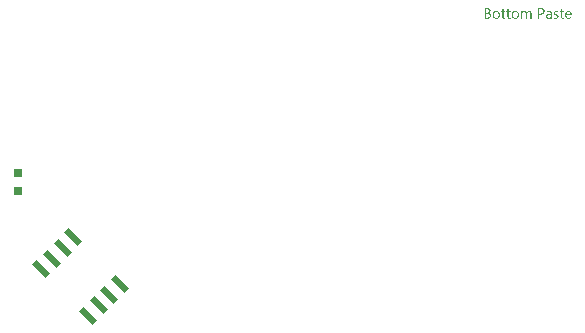
<source format=gbp>
G04*
G04 #@! TF.GenerationSoftware,Altium Limited,Altium Designer,22.4.2 (48)*
G04*
G04 Layer_Color=128*
%FSAX44Y44*%
%MOMM*%
G71*
G04*
G04 #@! TF.SameCoordinates,0DF53AF2-F480-4E1A-B95F-C2B51B741BF4*
G04*
G04*
G04 #@! TF.FilePolarity,Positive*
G04*
G01*
G75*
%ADD35R,0.7000X0.7000*%
G04:AMPARAMS|DCode=36|XSize=1.65mm|YSize=0.55mm|CornerRadius=0mm|HoleSize=0mm|Usage=FLASHONLY|Rotation=315.000|XOffset=0mm|YOffset=0mm|HoleType=Round|Shape=Rectangle|*
%AMROTATEDRECTD36*
4,1,4,-0.7778,0.3889,-0.3889,0.7778,0.7778,-0.3889,0.3889,-0.7778,-0.7778,0.3889,0.0*
%
%ADD36ROTATEDRECTD36*%

G36*
X00319046Y00144914D02*
X00319117Y00144914D01*
X00319203Y00144906D01*
X00319298Y00144898D01*
X00319400Y00144882D01*
X00319635Y00144851D01*
X00319878Y00144796D01*
X00320137Y00144725D01*
X00320388Y00144631D01*
X00320388Y00143595D01*
X00320381Y00143603D01*
X00320357Y00143618D01*
X00320318Y00143634D01*
X00320263Y00143666D01*
X00320200Y00143705D01*
X00320122Y00143744D01*
X00320028Y00143783D01*
X00319925Y00143830D01*
X00319808Y00143870D01*
X00319690Y00143909D01*
X00319557Y00143948D01*
X00319415Y00143987D01*
X00319258Y00144019D01*
X00319101Y00144034D01*
X00318944Y00144050D01*
X00318772Y00144058D01*
X00318670Y00144058D01*
X00318599Y00144050D01*
X00318521Y00144042D01*
X00318434Y00144027D01*
X00318254Y00143987D01*
X00318246Y00143987D01*
X00318214Y00143980D01*
X00318175Y00143964D01*
X00318120Y00143940D01*
X00317995Y00143885D01*
X00317861Y00143807D01*
X00317853Y00143799D01*
X00317838Y00143783D01*
X00317806Y00143760D01*
X00317767Y00143728D01*
X00317681Y00143642D01*
X00317602Y00143524D01*
X00317602Y00143516D01*
X00317587Y00143493D01*
X00317579Y00143462D01*
X00317563Y00143414D01*
X00317547Y00143367D01*
X00317532Y00143305D01*
X00317524Y00143234D01*
X00317516Y00143163D01*
X00317516Y00143155D01*
X00317516Y00143124D01*
X00317524Y00143077D01*
X00317524Y00143014D01*
X00317540Y00142951D01*
X00317555Y00142881D01*
X00317571Y00142810D01*
X00317602Y00142739D01*
X00317610Y00142732D01*
X00317618Y00142708D01*
X00317642Y00142677D01*
X00317673Y00142637D01*
X00317712Y00142598D01*
X00317751Y00142543D01*
X00317869Y00142441D01*
X00317877Y00142433D01*
X00317901Y00142418D01*
X00317940Y00142394D01*
X00317987Y00142363D01*
X00318050Y00142331D01*
X00318120Y00142292D01*
X00318207Y00142245D01*
X00318293Y00142206D01*
X00318301Y00142198D01*
X00318340Y00142190D01*
X00318387Y00142166D01*
X00318458Y00142143D01*
X00318544Y00142104D01*
X00318638Y00142064D01*
X00318740Y00142025D01*
X00318858Y00141978D01*
X00318866Y00141978D01*
X00318874Y00141970D01*
X00318897Y00141962D01*
X00318929Y00141954D01*
X00319007Y00141923D01*
X00319109Y00141876D01*
X00319227Y00141829D01*
X00319360Y00141774D01*
X00319494Y00141711D01*
X00319619Y00141648D01*
X00319627Y00141648D01*
X00319635Y00141641D01*
X00319674Y00141617D01*
X00319737Y00141586D01*
X00319816Y00141539D01*
X00319910Y00141476D01*
X00320004Y00141413D01*
X00320098Y00141334D01*
X00320192Y00141256D01*
X00320200Y00141248D01*
X00320232Y00141217D01*
X00320271Y00141178D01*
X00320326Y00141115D01*
X00320381Y00141044D01*
X00320443Y00140958D01*
X00320498Y00140864D01*
X00320553Y00140761D01*
X00320561Y00140746D01*
X00320577Y00140715D01*
X00320593Y00140652D01*
X00320616Y00140573D01*
X00320640Y00140479D01*
X00320663Y00140369D01*
X00320671Y00140244D01*
X00320679Y00140102D01*
X00320679Y00140094D01*
X00320679Y00140079D01*
X00320679Y00140055D01*
X00320679Y00140024D01*
X00320671Y00139937D01*
X00320655Y00139820D01*
X00320624Y00139694D01*
X00320593Y00139553D01*
X00320538Y00139412D01*
X00320467Y00139278D01*
X00320459Y00139263D01*
X00320428Y00139223D01*
X00320381Y00139160D01*
X00320318Y00139074D01*
X00320239Y00138988D01*
X00320145Y00138886D01*
X00320035Y00138792D01*
X00319910Y00138697D01*
X00319894Y00138689D01*
X00319847Y00138658D01*
X00319776Y00138619D01*
X00319682Y00138572D01*
X00319564Y00138517D01*
X00319423Y00138462D01*
X00319274Y00138407D01*
X00319109Y00138360D01*
X00319101Y00138360D01*
X00319086Y00138352D01*
X00319062Y00138352D01*
X00319031Y00138344D01*
X00318992Y00138336D01*
X00318944Y00138329D01*
X00318827Y00138305D01*
X00318678Y00138281D01*
X00318521Y00138266D01*
X00318348Y00138258D01*
X00318160Y00138250D01*
X00318065Y00138250D01*
X00317995Y00138258D01*
X00317908Y00138258D01*
X00317814Y00138273D01*
X00317696Y00138281D01*
X00317579Y00138297D01*
X00317445Y00138321D01*
X00317312Y00138344D01*
X00317029Y00138407D01*
X00316739Y00138501D01*
X00316598Y00138564D01*
X00316456Y00138627D01*
X00316456Y00139718D01*
X00316464Y00139710D01*
X00316496Y00139694D01*
X00316543Y00139663D01*
X00316605Y00139623D01*
X00316684Y00139576D01*
X00316770Y00139522D01*
X00316880Y00139466D01*
X00316998Y00139412D01*
X00317131Y00139357D01*
X00317273Y00139302D01*
X00317422Y00139247D01*
X00317579Y00139200D01*
X00317751Y00139160D01*
X00317924Y00139129D01*
X00318105Y00139113D01*
X00318293Y00139106D01*
X00318348Y00139106D01*
X00318419Y00139113D01*
X00318505Y00139121D01*
X00318607Y00139137D01*
X00318717Y00139153D01*
X00318842Y00139184D01*
X00318968Y00139215D01*
X00319086Y00139263D01*
X00319211Y00139325D01*
X00319321Y00139396D01*
X00319423Y00139482D01*
X00319510Y00139584D01*
X00319580Y00139702D01*
X00319619Y00139843D01*
X00319635Y00139922D01*
X00319635Y00140000D01*
X00319635Y00140008D01*
X00319635Y00140047D01*
X00319627Y00140094D01*
X00319619Y00140149D01*
X00319604Y00140220D01*
X00319588Y00140291D01*
X00319557Y00140361D01*
X00319517Y00140432D01*
X00319510Y00140440D01*
X00319494Y00140463D01*
X00319470Y00140495D01*
X00319439Y00140542D01*
X00319392Y00140589D01*
X00319345Y00140644D01*
X00319282Y00140691D01*
X00319211Y00140746D01*
X00319203Y00140754D01*
X00319180Y00140769D01*
X00319133Y00140793D01*
X00319078Y00140832D01*
X00319015Y00140871D01*
X00318937Y00140911D01*
X00318842Y00140950D01*
X00318748Y00140989D01*
X00318732Y00140997D01*
X00318701Y00141005D01*
X00318646Y00141028D01*
X00318575Y00141060D01*
X00318497Y00141099D01*
X00318395Y00141138D01*
X00318293Y00141178D01*
X00318183Y00141225D01*
X00318175Y00141225D01*
X00318167Y00141233D01*
X00318144Y00141240D01*
X00318112Y00141256D01*
X00318034Y00141287D01*
X00317932Y00141327D01*
X00317814Y00141382D01*
X00317689Y00141437D01*
X00317563Y00141499D01*
X00317437Y00141562D01*
X00317422Y00141570D01*
X00317383Y00141594D01*
X00317328Y00141625D01*
X00317249Y00141672D01*
X00317163Y00141735D01*
X00317076Y00141798D01*
X00316982Y00141868D01*
X00316896Y00141947D01*
X00316888Y00141954D01*
X00316864Y00141986D01*
X00316825Y00142025D01*
X00316778Y00142088D01*
X00316723Y00142159D01*
X00316668Y00142245D01*
X00316621Y00142331D01*
X00316574Y00142433D01*
X00316566Y00142449D01*
X00316558Y00142480D01*
X00316543Y00142543D01*
X00316527Y00142614D01*
X00316504Y00142708D01*
X00316488Y00142818D01*
X00316480Y00142943D01*
X00316472Y00143077D01*
X00316472Y00143085D01*
X00316472Y00143100D01*
X00316472Y00143124D01*
X00316472Y00143155D01*
X00316480Y00143234D01*
X00316496Y00143344D01*
X00316519Y00143469D01*
X00316558Y00143603D01*
X00316605Y00143736D01*
X00316676Y00143870D01*
X00316676Y00143877D01*
X00316684Y00143885D01*
X00316715Y00143925D01*
X00316763Y00143987D01*
X00316817Y00144074D01*
X00316896Y00144160D01*
X00316990Y00144254D01*
X00317100Y00144356D01*
X00317218Y00144443D01*
X00317225Y00144443D01*
X00317233Y00144450D01*
X00317281Y00144482D01*
X00317351Y00144521D01*
X00317445Y00144576D01*
X00317563Y00144631D01*
X00317696Y00144694D01*
X00317846Y00144749D01*
X00318002Y00144796D01*
X00318010Y00144796D01*
X00318026Y00144804D01*
X00318050Y00144811D01*
X00318081Y00144819D01*
X00318120Y00144827D01*
X00318167Y00144835D01*
X00318277Y00144859D01*
X00318419Y00144882D01*
X00318568Y00144906D01*
X00318732Y00144914D01*
X00318905Y00144921D01*
X00318984Y00144921D01*
X00319046Y00144914D01*
X00319046Y00144914D02*
G37*
G36*
X00295783Y00144914D02*
X00295830Y00144914D01*
X00295885Y00144906D01*
X00296019Y00144882D01*
X00296176Y00144843D01*
X00296356Y00144788D01*
X00296544Y00144701D01*
X00296741Y00144600D01*
X00296843Y00144529D01*
X00296937Y00144458D01*
X00297031Y00144380D01*
X00297125Y00144286D01*
X00297219Y00144184D01*
X00297306Y00144074D01*
X00297384Y00143956D01*
X00297463Y00143822D01*
X00297533Y00143681D01*
X00297596Y00143524D01*
X00297651Y00143359D01*
X00297706Y00143179D01*
X00297738Y00142991D01*
X00297769Y00142779D01*
X00297785Y00142559D01*
X00297792Y00142323D01*
X00297792Y00138399D01*
X00296772Y00138399D01*
X00296772Y00142057D01*
X00296772Y00142072D01*
X00296772Y00142104D01*
X00296772Y00142159D01*
X00296764Y00142229D01*
X00296764Y00142316D01*
X00296756Y00142418D01*
X00296749Y00142528D01*
X00296733Y00142645D01*
X00296694Y00142896D01*
X00296631Y00143147D01*
X00296599Y00143273D01*
X00296552Y00143383D01*
X00296497Y00143493D01*
X00296442Y00143587D01*
X00296442Y00143595D01*
X00296427Y00143611D01*
X00296411Y00143634D01*
X00296380Y00143658D01*
X00296348Y00143697D01*
X00296301Y00143736D01*
X00296246Y00143775D01*
X00296183Y00143822D01*
X00296113Y00143870D01*
X00296034Y00143909D01*
X00295940Y00143948D01*
X00295846Y00143987D01*
X00295736Y00144011D01*
X00295611Y00144034D01*
X00295485Y00144050D01*
X00295344Y00144058D01*
X00295281Y00144058D01*
X00295234Y00144050D01*
X00295179Y00144042D01*
X00295116Y00144027D01*
X00294959Y00143987D01*
X00294873Y00143956D01*
X00294786Y00143909D01*
X00294692Y00143862D01*
X00294606Y00143807D01*
X00294512Y00143736D01*
X00294417Y00143658D01*
X00294323Y00143563D01*
X00294237Y00143462D01*
X00294229Y00143454D01*
X00294221Y00143438D01*
X00294198Y00143399D01*
X00294166Y00143359D01*
X00294135Y00143297D01*
X00294096Y00143226D01*
X00294049Y00143147D01*
X00294009Y00143061D01*
X00293970Y00142959D01*
X00293923Y00142849D01*
X00293884Y00142732D01*
X00293852Y00142606D01*
X00293821Y00142472D01*
X00293805Y00142331D01*
X00293790Y00142190D01*
X00293782Y00142033D01*
X00293782Y00138399D01*
X00292761Y00138399D01*
X00292761Y00142182D01*
X00292761Y00142190D01*
X00292761Y00142206D01*
X00292761Y00142229D01*
X00292761Y00142261D01*
X00292754Y00142308D01*
X00292754Y00142355D01*
X00292738Y00142472D01*
X00292714Y00142614D01*
X00292683Y00142779D01*
X00292644Y00142943D01*
X00292581Y00143124D01*
X00292502Y00143297D01*
X00292408Y00143462D01*
X00292290Y00143626D01*
X00292149Y00143768D01*
X00291984Y00143885D01*
X00291890Y00143932D01*
X00291788Y00143980D01*
X00291678Y00144011D01*
X00291569Y00144034D01*
X00291443Y00144050D01*
X00291310Y00144058D01*
X00291247Y00144058D01*
X00291200Y00144050D01*
X00291137Y00144042D01*
X00291074Y00144027D01*
X00290917Y00143987D01*
X00290831Y00143956D01*
X00290744Y00143917D01*
X00290650Y00143877D01*
X00290556Y00143822D01*
X00290462Y00143752D01*
X00290368Y00143681D01*
X00290281Y00143595D01*
X00290195Y00143493D01*
X00290187Y00143485D01*
X00290179Y00143469D01*
X00290156Y00143438D01*
X00290124Y00143391D01*
X00290093Y00143336D01*
X00290061Y00143273D01*
X00290022Y00143195D01*
X00289983Y00143100D01*
X00289936Y00142998D01*
X00289897Y00142888D01*
X00289865Y00142771D01*
X00289834Y00142645D01*
X00289802Y00142504D01*
X00289779Y00142355D01*
X00289771Y00142198D01*
X00289763Y00142033D01*
X00289763Y00138399D01*
X00288743Y00138399D01*
X00288743Y00144772D01*
X00289763Y00144772D01*
X00289763Y00143760D01*
X00289787Y00143760D01*
X00289795Y00143775D01*
X00289818Y00143807D01*
X00289858Y00143870D01*
X00289912Y00143940D01*
X00289983Y00144027D01*
X00290069Y00144129D01*
X00290171Y00144231D01*
X00290289Y00144340D01*
X00290423Y00144450D01*
X00290572Y00144552D01*
X00290737Y00144654D01*
X00290909Y00144741D01*
X00291105Y00144811D01*
X00291317Y00144874D01*
X00291537Y00144906D01*
X00291772Y00144921D01*
X00291835Y00144921D01*
X00291882Y00144914D01*
X00291937Y00144914D01*
X00292008Y00144906D01*
X00292079Y00144890D01*
X00292157Y00144874D01*
X00292338Y00144835D01*
X00292526Y00144764D01*
X00292714Y00144678D01*
X00292808Y00144615D01*
X00292903Y00144552D01*
X00292911Y00144545D01*
X00292926Y00144537D01*
X00292950Y00144513D01*
X00292981Y00144490D01*
X00293067Y00144403D01*
X00293170Y00144301D01*
X00293279Y00144160D01*
X00293389Y00143995D01*
X00293491Y00143807D01*
X00293570Y00143595D01*
X00293578Y00143611D01*
X00293601Y00143650D01*
X00293648Y00143721D01*
X00293703Y00143799D01*
X00293782Y00143901D01*
X00293868Y00144019D01*
X00293978Y00144136D01*
X00294104Y00144262D01*
X00294245Y00144380D01*
X00294402Y00144505D01*
X00294575Y00144615D01*
X00294763Y00144717D01*
X00294975Y00144796D01*
X00295194Y00144866D01*
X00295438Y00144906D01*
X00295689Y00144921D01*
X00295744Y00144921D01*
X00295783Y00144914D01*
X00295783Y00144914D02*
G37*
G36*
X00312768Y00144914D02*
X00312822Y00144914D01*
X00312877Y00144906D01*
X00312948Y00144898D01*
X00313027Y00144882D01*
X00313191Y00144851D01*
X00313388Y00144796D01*
X00313584Y00144725D01*
X00313796Y00144623D01*
X00314008Y00144497D01*
X00314110Y00144427D01*
X00314212Y00144340D01*
X00314306Y00144246D01*
X00314400Y00144152D01*
X00314486Y00144042D01*
X00314565Y00143917D01*
X00314643Y00143791D01*
X00314714Y00143650D01*
X00314769Y00143493D01*
X00314824Y00143328D01*
X00314863Y00143155D01*
X00314895Y00142959D01*
X00314910Y00142763D01*
X00314918Y00142543D01*
X00314918Y00138399D01*
X00313898Y00138399D01*
X00313898Y00139388D01*
X00313874Y00139388D01*
X00313866Y00139372D01*
X00313843Y00139341D01*
X00313804Y00139286D01*
X00313749Y00139207D01*
X00313678Y00139121D01*
X00313592Y00139027D01*
X00313497Y00138925D01*
X00313380Y00138823D01*
X00313246Y00138713D01*
X00313105Y00138611D01*
X00312940Y00138517D01*
X00312768Y00138431D01*
X00312571Y00138352D01*
X00312367Y00138297D01*
X00312148Y00138266D01*
X00311912Y00138250D01*
X00311818Y00138250D01*
X00311755Y00138258D01*
X00311677Y00138266D01*
X00311582Y00138273D01*
X00311480Y00138289D01*
X00311371Y00138313D01*
X00311127Y00138376D01*
X00311009Y00138415D01*
X00310884Y00138462D01*
X00310758Y00138517D01*
X00310641Y00138588D01*
X00310531Y00138666D01*
X00310421Y00138752D01*
X00310413Y00138760D01*
X00310397Y00138776D01*
X00310374Y00138807D01*
X00310334Y00138847D01*
X00310295Y00138894D01*
X00310256Y00138956D01*
X00310201Y00139027D01*
X00310154Y00139106D01*
X00310107Y00139200D01*
X00310060Y00139302D01*
X00310013Y00139412D01*
X00309973Y00139529D01*
X00309934Y00139655D01*
X00309911Y00139788D01*
X00309895Y00139937D01*
X00309887Y00140087D01*
X00309887Y00140094D01*
X00309887Y00140110D01*
X00309887Y00140134D01*
X00309895Y00140165D01*
X00309895Y00140204D01*
X00309903Y00140251D01*
X00309918Y00140369D01*
X00309950Y00140510D01*
X00309997Y00140667D01*
X00310060Y00140840D01*
X00310154Y00141020D01*
X00310264Y00141201D01*
X00310397Y00141382D01*
X00310484Y00141468D01*
X00310570Y00141554D01*
X00310672Y00141641D01*
X00310774Y00141719D01*
X00310892Y00141798D01*
X00311017Y00141868D01*
X00311151Y00141931D01*
X00311300Y00141994D01*
X00311457Y00142049D01*
X00311622Y00142096D01*
X00311802Y00142135D01*
X00311991Y00142166D01*
X00313898Y00142433D01*
X00313898Y00142441D01*
X00313898Y00142449D01*
X00313898Y00142472D01*
X00313898Y00142504D01*
X00313890Y00142582D01*
X00313874Y00142684D01*
X00313859Y00142810D01*
X00313827Y00142951D01*
X00313788Y00143093D01*
X00313733Y00143250D01*
X00313662Y00143399D01*
X00313576Y00143548D01*
X00313474Y00143681D01*
X00313348Y00143807D01*
X00313191Y00143909D01*
X00313019Y00143987D01*
X00312924Y00144019D01*
X00312815Y00144042D01*
X00312705Y00144050D01*
X00312587Y00144058D01*
X00312532Y00144058D01*
X00312477Y00144050D01*
X00312391Y00144042D01*
X00312289Y00144034D01*
X00312171Y00144019D01*
X00312038Y00143995D01*
X00311896Y00143964D01*
X00311739Y00143917D01*
X00311574Y00143870D01*
X00311402Y00143807D01*
X00311221Y00143728D01*
X00311041Y00143634D01*
X00310860Y00143532D01*
X00310680Y00143414D01*
X00310507Y00143273D01*
X00310507Y00144317D01*
X00310515Y00144325D01*
X00310546Y00144340D01*
X00310601Y00144372D01*
X00310672Y00144411D01*
X00310766Y00144458D01*
X00310868Y00144505D01*
X00310994Y00144560D01*
X00311135Y00144623D01*
X00311284Y00144678D01*
X00311449Y00144733D01*
X00311630Y00144780D01*
X00311818Y00144827D01*
X00312022Y00144866D01*
X00312226Y00144898D01*
X00312446Y00144914D01*
X00312673Y00144921D01*
X00312728Y00144921D01*
X00312768Y00144914D01*
X00312768Y00144914D02*
G37*
G36*
X00305939Y00147315D02*
X00306041Y00147315D01*
X00306159Y00147299D01*
X00306300Y00147284D01*
X00306449Y00147268D01*
X00306622Y00147237D01*
X00306795Y00147197D01*
X00306975Y00147150D01*
X00307156Y00147095D01*
X00307344Y00147025D01*
X00307525Y00146946D01*
X00307697Y00146852D01*
X00307862Y00146750D01*
X00308019Y00146624D01*
X00308027Y00146617D01*
X00308050Y00146593D01*
X00308090Y00146554D01*
X00308145Y00146499D01*
X00308200Y00146420D01*
X00308270Y00146334D01*
X00308341Y00146232D01*
X00308419Y00146114D01*
X00308490Y00145981D01*
X00308561Y00145840D01*
X00308631Y00145675D01*
X00308686Y00145502D01*
X00308741Y00145306D01*
X00308780Y00145102D01*
X00308804Y00144890D01*
X00308812Y00144654D01*
X00308812Y00144639D01*
X00308812Y00144600D01*
X00308804Y00144529D01*
X00308796Y00144443D01*
X00308788Y00144333D01*
X00308765Y00144207D01*
X00308741Y00144074D01*
X00308702Y00143917D01*
X00308655Y00143760D01*
X00308600Y00143587D01*
X00308529Y00143414D01*
X00308443Y00143242D01*
X00308341Y00143069D01*
X00308223Y00142896D01*
X00308090Y00142732D01*
X00307933Y00142575D01*
X00307925Y00142567D01*
X00307894Y00142543D01*
X00307847Y00142504D01*
X00307776Y00142449D01*
X00307689Y00142386D01*
X00307580Y00142316D01*
X00307454Y00142245D01*
X00307313Y00142174D01*
X00307156Y00142096D01*
X00306975Y00142025D01*
X00306779Y00141954D01*
X00306575Y00141892D01*
X00306347Y00141845D01*
X00306104Y00141798D01*
X00305853Y00141774D01*
X00305578Y00141766D01*
X00304401Y00141766D01*
X00304401Y00138399D01*
X00303357Y00138399D01*
X00303357Y00147323D01*
X00305869Y00147323D01*
X00305939Y00147315D01*
X00305939Y00147315D02*
G37*
G36*
X00260731Y00147315D02*
X00260826Y00147307D01*
X00260935Y00147292D01*
X00261061Y00147276D01*
X00261202Y00147252D01*
X00261343Y00147221D01*
X00261493Y00147182D01*
X00261650Y00147135D01*
X00261799Y00147080D01*
X00261956Y00147017D01*
X00262097Y00146938D01*
X00262238Y00146852D01*
X00262372Y00146750D01*
X00262379Y00146742D01*
X00262403Y00146727D01*
X00262435Y00146695D01*
X00262474Y00146648D01*
X00262529Y00146593D01*
X00262584Y00146522D01*
X00262646Y00146444D01*
X00262709Y00146358D01*
X00262772Y00146256D01*
X00262835Y00146146D01*
X00262890Y00146020D01*
X00262945Y00145894D01*
X00262984Y00145753D01*
X00263015Y00145604D01*
X00263039Y00145447D01*
X00263047Y00145282D01*
X00263047Y00145274D01*
X00263047Y00145251D01*
X00263047Y00145212D01*
X00263039Y00145157D01*
X00263031Y00145086D01*
X00263023Y00145015D01*
X00263015Y00144929D01*
X00263000Y00144835D01*
X00262945Y00144623D01*
X00262874Y00144403D01*
X00262827Y00144286D01*
X00262772Y00144176D01*
X00262709Y00144066D01*
X00262638Y00143956D01*
X00262631Y00143948D01*
X00262623Y00143932D01*
X00262599Y00143901D01*
X00262560Y00143862D01*
X00262521Y00143822D01*
X00262474Y00143768D01*
X00262411Y00143713D01*
X00262348Y00143650D01*
X00262270Y00143587D01*
X00262183Y00143516D01*
X00262089Y00143454D01*
X00261987Y00143383D01*
X00261877Y00143320D01*
X00261767Y00143265D01*
X00261508Y00143163D01*
X00261508Y00143140D01*
X00261516Y00143140D01*
X00261548Y00143132D01*
X00261595Y00143124D01*
X00261657Y00143116D01*
X00261736Y00143100D01*
X00261822Y00143077D01*
X00261924Y00143046D01*
X00262026Y00143014D01*
X00262254Y00142928D01*
X00262379Y00142873D01*
X00262497Y00142802D01*
X00262615Y00142732D01*
X00262733Y00142653D01*
X00262850Y00142559D01*
X00262952Y00142457D01*
X00262960Y00142449D01*
X00262976Y00142433D01*
X00263000Y00142402D01*
X00263039Y00142355D01*
X00263078Y00142292D01*
X00263125Y00142229D01*
X00263172Y00142143D01*
X00263227Y00142057D01*
X00263274Y00141954D01*
X00263321Y00141837D01*
X00263368Y00141719D01*
X00263408Y00141586D01*
X00263447Y00141437D01*
X00263470Y00141287D01*
X00263486Y00141130D01*
X00263494Y00140958D01*
X00263494Y00140942D01*
X00263494Y00140911D01*
X00263486Y00140848D01*
X00263478Y00140769D01*
X00263470Y00140667D01*
X00263447Y00140557D01*
X00263423Y00140432D01*
X00263392Y00140299D01*
X00263345Y00140149D01*
X00263290Y00140000D01*
X00263227Y00139851D01*
X00263149Y00139694D01*
X00263055Y00139537D01*
X00262945Y00139388D01*
X00262819Y00139247D01*
X00262670Y00139106D01*
X00262662Y00139098D01*
X00262631Y00139074D01*
X00262584Y00139043D01*
X00262521Y00138996D01*
X00262442Y00138941D01*
X00262340Y00138886D01*
X00262230Y00138815D01*
X00262105Y00138752D01*
X00261956Y00138689D01*
X00261799Y00138627D01*
X00261634Y00138564D01*
X00261446Y00138509D01*
X00261249Y00138462D01*
X00261045Y00138431D01*
X00260826Y00138407D01*
X00260598Y00138399D01*
X00258000Y00138399D01*
X00258000Y00147323D01*
X00260645Y00147323D01*
X00260731Y00147315D01*
X00260731Y00147315D02*
G37*
G36*
X00323599Y00144772D02*
X00325208Y00144772D01*
X00325208Y00143893D01*
X00323599Y00143893D01*
X00323599Y00140306D01*
X00323599Y00140299D01*
X00323599Y00140275D01*
X00323599Y00140244D01*
X00323599Y00140204D01*
X00323606Y00140149D01*
X00323614Y00140087D01*
X00323630Y00139953D01*
X00323653Y00139796D01*
X00323693Y00139647D01*
X00323748Y00139506D01*
X00323779Y00139443D01*
X00323818Y00139388D01*
X00323826Y00139380D01*
X00323858Y00139349D01*
X00323913Y00139302D01*
X00323991Y00139255D01*
X00324093Y00139200D01*
X00324219Y00139160D01*
X00324368Y00139129D01*
X00324540Y00139113D01*
X00324603Y00139113D01*
X00324674Y00139121D01*
X00324768Y00139137D01*
X00324870Y00139168D01*
X00324988Y00139200D01*
X00325098Y00139255D01*
X00325208Y00139325D01*
X00325208Y00138454D01*
X00325200Y00138454D01*
X00325192Y00138446D01*
X00325168Y00138438D01*
X00325145Y00138423D01*
X00325058Y00138391D01*
X00324956Y00138360D01*
X00324815Y00138329D01*
X00324650Y00138297D01*
X00324462Y00138273D01*
X00324250Y00138266D01*
X00324179Y00138266D01*
X00324093Y00138281D01*
X00323991Y00138297D01*
X00323865Y00138321D01*
X00323724Y00138368D01*
X00323567Y00138423D01*
X00323418Y00138501D01*
X00323261Y00138595D01*
X00323104Y00138721D01*
X00322963Y00138870D01*
X00322900Y00138956D01*
X00322837Y00139051D01*
X00322782Y00139153D01*
X00322735Y00139263D01*
X00322688Y00139380D01*
X00322649Y00139514D01*
X00322617Y00139647D01*
X00322594Y00139796D01*
X00322586Y00139953D01*
X00322578Y00140126D01*
X00322578Y00143893D01*
X00321487Y00143893D01*
X00321487Y00144772D01*
X00322578Y00144772D01*
X00322578Y00146326D01*
X00323599Y00146656D01*
X00323599Y00144772D01*
X00323599Y00144772D02*
G37*
G36*
X00278304Y00144772D02*
X00279913Y00144772D01*
X00279913Y00143893D01*
X00278304Y00143893D01*
X00278304Y00140306D01*
X00278304Y00140299D01*
X00278304Y00140275D01*
X00278304Y00140244D01*
X00278304Y00140204D01*
X00278312Y00140149D01*
X00278320Y00140087D01*
X00278336Y00139953D01*
X00278359Y00139796D01*
X00278398Y00139647D01*
X00278453Y00139506D01*
X00278485Y00139443D01*
X00278524Y00139388D01*
X00278532Y00139380D01*
X00278563Y00139349D01*
X00278618Y00139302D01*
X00278697Y00139255D01*
X00278799Y00139200D01*
X00278924Y00139160D01*
X00279074Y00139129D01*
X00279246Y00139113D01*
X00279309Y00139113D01*
X00279380Y00139121D01*
X00279474Y00139137D01*
X00279576Y00139168D01*
X00279694Y00139200D01*
X00279803Y00139255D01*
X00279913Y00139325D01*
X00279913Y00138454D01*
X00279905Y00138454D01*
X00279898Y00138446D01*
X00279874Y00138438D01*
X00279851Y00138423D01*
X00279764Y00138391D01*
X00279662Y00138360D01*
X00279521Y00138329D01*
X00279356Y00138297D01*
X00279168Y00138273D01*
X00278956Y00138266D01*
X00278885Y00138266D01*
X00278799Y00138281D01*
X00278697Y00138297D01*
X00278571Y00138321D01*
X00278430Y00138368D01*
X00278273Y00138423D01*
X00278124Y00138501D01*
X00277967Y00138595D01*
X00277810Y00138721D01*
X00277669Y00138870D01*
X00277606Y00138956D01*
X00277543Y00139051D01*
X00277488Y00139153D01*
X00277441Y00139263D01*
X00277394Y00139380D01*
X00277355Y00139514D01*
X00277323Y00139647D01*
X00277300Y00139796D01*
X00277292Y00139953D01*
X00277284Y00140126D01*
X00277284Y00143893D01*
X00276193Y00143893D01*
X00276193Y00144772D01*
X00277284Y00144772D01*
X00277284Y00146326D01*
X00278304Y00146656D01*
X00278304Y00144772D01*
X00278304Y00144772D02*
G37*
G36*
X00273988Y00144772D02*
X00275597Y00144772D01*
X00275597Y00143893D01*
X00273988Y00143893D01*
X00273988Y00140306D01*
X00273988Y00140299D01*
X00273988Y00140275D01*
X00273988Y00140244D01*
X00273988Y00140204D01*
X00273995Y00140149D01*
X00274003Y00140087D01*
X00274019Y00139953D01*
X00274042Y00139796D01*
X00274082Y00139647D01*
X00274137Y00139506D01*
X00274168Y00139443D01*
X00274207Y00139388D01*
X00274215Y00139380D01*
X00274247Y00139349D01*
X00274301Y00139302D01*
X00274380Y00139255D01*
X00274482Y00139200D01*
X00274608Y00139160D01*
X00274757Y00139129D01*
X00274929Y00139113D01*
X00274992Y00139113D01*
X00275063Y00139121D01*
X00275157Y00139137D01*
X00275259Y00139168D01*
X00275377Y00139200D01*
X00275487Y00139255D01*
X00275597Y00139325D01*
X00275597Y00138454D01*
X00275589Y00138454D01*
X00275581Y00138446D01*
X00275557Y00138438D01*
X00275534Y00138423D01*
X00275447Y00138391D01*
X00275345Y00138360D01*
X00275204Y00138329D01*
X00275039Y00138297D01*
X00274851Y00138273D01*
X00274639Y00138266D01*
X00274568Y00138266D01*
X00274482Y00138281D01*
X00274380Y00138297D01*
X00274254Y00138321D01*
X00274113Y00138368D01*
X00273956Y00138423D01*
X00273807Y00138501D01*
X00273650Y00138595D01*
X00273493Y00138721D01*
X00273352Y00138870D01*
X00273289Y00138956D01*
X00273226Y00139051D01*
X00273171Y00139153D01*
X00273124Y00139263D01*
X00273077Y00139380D01*
X00273038Y00139514D01*
X00273006Y00139647D01*
X00272983Y00139796D01*
X00272975Y00139953D01*
X00272967Y00140126D01*
X00272967Y00143893D01*
X00271876Y00143893D01*
X00271876Y00144772D01*
X00272967Y00144772D01*
X00272967Y00146326D01*
X00273988Y00146656D01*
X00273988Y00144772D01*
X00273988Y00144772D02*
G37*
G36*
X00329187Y00144914D02*
X00329273Y00144906D01*
X00329383Y00144898D01*
X00329501Y00144882D01*
X00329634Y00144851D01*
X00329775Y00144819D01*
X00329932Y00144780D01*
X00330089Y00144725D01*
X00330246Y00144654D01*
X00330411Y00144576D01*
X00330568Y00144482D01*
X00330717Y00144372D01*
X00330866Y00144246D01*
X00331000Y00144105D01*
X00331008Y00144097D01*
X00331031Y00144066D01*
X00331063Y00144019D01*
X00331110Y00143956D01*
X00331157Y00143877D01*
X00331220Y00143775D01*
X00331282Y00143658D01*
X00331345Y00143524D01*
X00331408Y00143367D01*
X00331471Y00143202D01*
X00331534Y00143014D01*
X00331581Y00142818D01*
X00331628Y00142598D01*
X00331659Y00142371D01*
X00331683Y00142119D01*
X00331690Y00141860D01*
X00331690Y00141327D01*
X00327185Y00141327D01*
X00327185Y00141311D01*
X00327185Y00141279D01*
X00327193Y00141225D01*
X00327201Y00141154D01*
X00327209Y00141060D01*
X00327225Y00140958D01*
X00327240Y00140848D01*
X00327272Y00140722D01*
X00327342Y00140455D01*
X00327389Y00140322D01*
X00327444Y00140181D01*
X00327507Y00140047D01*
X00327578Y00139914D01*
X00327664Y00139796D01*
X00327758Y00139678D01*
X00327766Y00139671D01*
X00327782Y00139655D01*
X00327813Y00139623D01*
X00327860Y00139592D01*
X00327915Y00139545D01*
X00327986Y00139498D01*
X00328064Y00139443D01*
X00328151Y00139396D01*
X00328253Y00139341D01*
X00328371Y00139286D01*
X00328488Y00139239D01*
X00328629Y00139192D01*
X00328771Y00139160D01*
X00328928Y00139129D01*
X00329093Y00139113D01*
X00329265Y00139106D01*
X00329312Y00139106D01*
X00329367Y00139113D01*
X00329446Y00139113D01*
X00329540Y00139129D01*
X00329650Y00139145D01*
X00329775Y00139168D01*
X00329917Y00139192D01*
X00330066Y00139231D01*
X00330223Y00139278D01*
X00330388Y00139333D01*
X00330552Y00139404D01*
X00330725Y00139482D01*
X00330898Y00139576D01*
X00331071Y00139686D01*
X00331243Y00139812D01*
X00331243Y00138854D01*
X00331235Y00138847D01*
X00331204Y00138831D01*
X00331157Y00138799D01*
X00331094Y00138760D01*
X00331008Y00138713D01*
X00330906Y00138666D01*
X00330788Y00138611D01*
X00330654Y00138556D01*
X00330498Y00138493D01*
X00330333Y00138438D01*
X00330152Y00138391D01*
X00329956Y00138344D01*
X00329744Y00138305D01*
X00329516Y00138273D01*
X00329273Y00138258D01*
X00329022Y00138250D01*
X00328959Y00138250D01*
X00328896Y00138258D01*
X00328802Y00138266D01*
X00328685Y00138273D01*
X00328551Y00138297D01*
X00328410Y00138321D01*
X00328253Y00138360D01*
X00328088Y00138407D01*
X00327915Y00138462D01*
X00327735Y00138532D01*
X00327562Y00138611D01*
X00327382Y00138713D01*
X00327217Y00138831D01*
X00327052Y00138964D01*
X00326903Y00139113D01*
X00326895Y00139121D01*
X00326871Y00139153D01*
X00326832Y00139207D01*
X00326785Y00139278D01*
X00326722Y00139365D01*
X00326660Y00139474D01*
X00326589Y00139600D01*
X00326518Y00139749D01*
X00326448Y00139906D01*
X00326377Y00140094D01*
X00326314Y00140291D01*
X00326251Y00140510D01*
X00326204Y00140746D01*
X00326165Y00140997D01*
X00326142Y00141272D01*
X00326134Y00141554D01*
X00326134Y00141562D01*
X00326134Y00141570D01*
X00326134Y00141594D01*
X00326134Y00141617D01*
X00326142Y00141695D01*
X00326149Y00141805D01*
X00326157Y00141931D01*
X00326181Y00142072D01*
X00326204Y00142237D01*
X00326236Y00142418D01*
X00326283Y00142606D01*
X00326338Y00142802D01*
X00326408Y00143006D01*
X00326487Y00143210D01*
X00326581Y00143406D01*
X00326699Y00143611D01*
X00326824Y00143799D01*
X00326973Y00143980D01*
X00326981Y00143987D01*
X00327013Y00144019D01*
X00327060Y00144066D01*
X00327123Y00144129D01*
X00327209Y00144199D01*
X00327311Y00144278D01*
X00327421Y00144364D01*
X00327554Y00144450D01*
X00327696Y00144537D01*
X00327860Y00144623D01*
X00328033Y00144701D01*
X00328214Y00144772D01*
X00328410Y00144835D01*
X00328622Y00144882D01*
X00328842Y00144914D01*
X00329069Y00144921D01*
X00329124Y00144921D01*
X00329187Y00144914D01*
X00329187Y00144914D02*
G37*
G36*
X00284222Y00144914D02*
X00284324Y00144906D01*
X00284442Y00144898D01*
X00284583Y00144874D01*
X00284732Y00144851D01*
X00284897Y00144811D01*
X00285078Y00144764D01*
X00285258Y00144709D01*
X00285439Y00144639D01*
X00285627Y00144552D01*
X00285808Y00144450D01*
X00285988Y00144333D01*
X00286153Y00144199D01*
X00286310Y00144042D01*
X00286318Y00144034D01*
X00286341Y00144003D01*
X00286381Y00143948D01*
X00286436Y00143877D01*
X00286498Y00143791D01*
X00286561Y00143681D01*
X00286639Y00143556D01*
X00286710Y00143406D01*
X00286789Y00143242D01*
X00286859Y00143061D01*
X00286922Y00142865D01*
X00286985Y00142645D01*
X00287040Y00142410D01*
X00287079Y00142159D01*
X00287103Y00141892D01*
X00287110Y00141609D01*
X00287110Y00141601D01*
X00287110Y00141594D01*
X00287110Y00141570D01*
X00287110Y00141539D01*
X00287103Y00141460D01*
X00287095Y00141358D01*
X00287087Y00141225D01*
X00287063Y00141075D01*
X00287040Y00140911D01*
X00287001Y00140730D01*
X00286954Y00140542D01*
X00286898Y00140338D01*
X00286828Y00140134D01*
X00286749Y00139930D01*
X00286647Y00139726D01*
X00286530Y00139529D01*
X00286396Y00139341D01*
X00286247Y00139160D01*
X00286239Y00139153D01*
X00286208Y00139121D01*
X00286161Y00139074D01*
X00286090Y00139019D01*
X00286004Y00138948D01*
X00285902Y00138870D01*
X00285776Y00138792D01*
X00285635Y00138705D01*
X00285478Y00138619D01*
X00285305Y00138540D01*
X00285117Y00138462D01*
X00284913Y00138391D01*
X00284685Y00138336D01*
X00284450Y00138289D01*
X00284207Y00138258D01*
X00283940Y00138250D01*
X00283877Y00138250D01*
X00283806Y00138258D01*
X00283704Y00138266D01*
X00283586Y00138273D01*
X00283445Y00138297D01*
X00283296Y00138321D01*
X00283131Y00138360D01*
X00282951Y00138407D01*
X00282770Y00138470D01*
X00282582Y00138540D01*
X00282393Y00138627D01*
X00282205Y00138729D01*
X00282017Y00138847D01*
X00281844Y00138980D01*
X00281679Y00139137D01*
X00281671Y00139145D01*
X00281640Y00139176D01*
X00281601Y00139231D01*
X00281546Y00139302D01*
X00281483Y00139388D01*
X00281412Y00139498D01*
X00281342Y00139623D01*
X00281263Y00139773D01*
X00281185Y00139930D01*
X00281106Y00140110D01*
X00281036Y00140306D01*
X00280973Y00140518D01*
X00280918Y00140738D01*
X00280879Y00140981D01*
X00280847Y00141240D01*
X00280839Y00141507D01*
X00280839Y00141515D01*
X00280839Y00141523D01*
X00280839Y00141546D01*
X00280839Y00141578D01*
X00280847Y00141664D01*
X00280855Y00141774D01*
X00280863Y00141907D01*
X00280886Y00142064D01*
X00280910Y00142237D01*
X00280949Y00142425D01*
X00280996Y00142622D01*
X00281051Y00142826D01*
X00281122Y00143038D01*
X00281208Y00143250D01*
X00281310Y00143454D01*
X00281420Y00143650D01*
X00281554Y00143838D01*
X00281711Y00144019D01*
X00281719Y00144027D01*
X00281750Y00144058D01*
X00281805Y00144105D01*
X00281875Y00144160D01*
X00281962Y00144231D01*
X00282072Y00144301D01*
X00282197Y00144388D01*
X00282339Y00144474D01*
X00282495Y00144552D01*
X00282676Y00144639D01*
X00282872Y00144709D01*
X00283084Y00144780D01*
X00283312Y00144835D01*
X00283555Y00144882D01*
X00283814Y00144914D01*
X00284089Y00144921D01*
X00284151Y00144921D01*
X00284222Y00144914D01*
X00284222Y00144914D02*
G37*
G36*
X00268117Y00144914D02*
X00268219Y00144906D01*
X00268337Y00144898D01*
X00268478Y00144874D01*
X00268627Y00144851D01*
X00268792Y00144811D01*
X00268972Y00144764D01*
X00269153Y00144709D01*
X00269333Y00144639D01*
X00269522Y00144552D01*
X00269702Y00144450D01*
X00269883Y00144333D01*
X00270048Y00144199D01*
X00270205Y00144042D01*
X00270212Y00144034D01*
X00270236Y00144003D01*
X00270275Y00143948D01*
X00270330Y00143877D01*
X00270393Y00143791D01*
X00270456Y00143681D01*
X00270534Y00143556D01*
X00270605Y00143406D01*
X00270683Y00143242D01*
X00270754Y00143061D01*
X00270817Y00142865D01*
X00270879Y00142645D01*
X00270935Y00142410D01*
X00270974Y00142159D01*
X00270997Y00141892D01*
X00271005Y00141609D01*
X00271005Y00141601D01*
X00271005Y00141594D01*
X00271005Y00141570D01*
X00271005Y00141539D01*
X00270997Y00141460D01*
X00270989Y00141358D01*
X00270982Y00141225D01*
X00270958Y00141075D01*
X00270935Y00140911D01*
X00270895Y00140730D01*
X00270848Y00140542D01*
X00270793Y00140338D01*
X00270723Y00140134D01*
X00270644Y00139930D01*
X00270542Y00139726D01*
X00270424Y00139529D01*
X00270291Y00139341D01*
X00270142Y00139160D01*
X00270134Y00139153D01*
X00270103Y00139121D01*
X00270055Y00139074D01*
X00269985Y00139019D01*
X00269898Y00138948D01*
X00269796Y00138870D01*
X00269671Y00138792D01*
X00269530Y00138705D01*
X00269373Y00138619D01*
X00269200Y00138540D01*
X00269012Y00138462D01*
X00268808Y00138391D01*
X00268580Y00138336D01*
X00268344Y00138289D01*
X00268101Y00138258D01*
X00267834Y00138250D01*
X00267771Y00138250D01*
X00267701Y00138258D01*
X00267599Y00138266D01*
X00267481Y00138273D01*
X00267340Y00138297D01*
X00267191Y00138321D01*
X00267026Y00138360D01*
X00266845Y00138407D01*
X00266665Y00138470D01*
X00266476Y00138540D01*
X00266288Y00138627D01*
X00266100Y00138729D01*
X00265911Y00138847D01*
X00265739Y00138980D01*
X00265574Y00139137D01*
X00265566Y00139145D01*
X00265535Y00139176D01*
X00265495Y00139231D01*
X00265441Y00139302D01*
X00265378Y00139388D01*
X00265307Y00139498D01*
X00265236Y00139623D01*
X00265158Y00139773D01*
X00265079Y00139930D01*
X00265001Y00140110D01*
X00264930Y00140306D01*
X00264867Y00140518D01*
X00264813Y00140738D01*
X00264773Y00140981D01*
X00264742Y00141240D01*
X00264734Y00141507D01*
X00264734Y00141515D01*
X00264734Y00141523D01*
X00264734Y00141546D01*
X00264734Y00141578D01*
X00264742Y00141664D01*
X00264750Y00141774D01*
X00264758Y00141907D01*
X00264781Y00142064D01*
X00264805Y00142237D01*
X00264844Y00142425D01*
X00264891Y00142622D01*
X00264946Y00142826D01*
X00265017Y00143038D01*
X00265103Y00143250D01*
X00265205Y00143454D01*
X00265315Y00143650D01*
X00265448Y00143838D01*
X00265605Y00144019D01*
X00265613Y00144027D01*
X00265644Y00144058D01*
X00265700Y00144105D01*
X00265770Y00144160D01*
X00265856Y00144231D01*
X00265966Y00144301D01*
X00266092Y00144388D01*
X00266233Y00144474D01*
X00266390Y00144552D01*
X00266571Y00144639D01*
X00266767Y00144709D01*
X00266979Y00144780D01*
X00267206Y00144835D01*
X00267450Y00144882D01*
X00267709Y00144914D01*
X00267983Y00144921D01*
X00268046Y00144921D01*
X00268117Y00144914D01*
X00268117Y00144914D02*
G37*
%LPC*%
G36*
X00313898Y00141617D02*
X00312359Y00141405D01*
X00312351Y00141405D01*
X00312328Y00141397D01*
X00312289Y00141397D01*
X00312242Y00141389D01*
X00312187Y00141374D01*
X00312116Y00141358D01*
X00311959Y00141327D01*
X00311786Y00141279D01*
X00311614Y00141217D01*
X00311441Y00141138D01*
X00311363Y00141099D01*
X00311292Y00141052D01*
X00311276Y00141036D01*
X00311237Y00141005D01*
X00311174Y00140942D01*
X00311112Y00140848D01*
X00311049Y00140722D01*
X00311017Y00140652D01*
X00310986Y00140573D01*
X00310962Y00140487D01*
X00310947Y00140385D01*
X00310939Y00140283D01*
X00310931Y00140165D01*
X00310931Y00140157D01*
X00310931Y00140141D01*
X00310931Y00140118D01*
X00310939Y00140087D01*
X00310947Y00140000D01*
X00310970Y00139890D01*
X00311009Y00139773D01*
X00311072Y00139639D01*
X00311151Y00139514D01*
X00311261Y00139396D01*
X00311268Y00139396D01*
X00311276Y00139380D01*
X00311323Y00139349D01*
X00311394Y00139302D01*
X00311496Y00139255D01*
X00311630Y00139200D01*
X00311779Y00139153D01*
X00311959Y00139121D01*
X00312155Y00139106D01*
X00312226Y00139106D01*
X00312281Y00139113D01*
X00312344Y00139121D01*
X00312422Y00139137D01*
X00312501Y00139153D01*
X00312595Y00139176D01*
X00312791Y00139239D01*
X00312893Y00139278D01*
X00313003Y00139333D01*
X00313105Y00139396D01*
X00313207Y00139466D01*
X00313309Y00139545D01*
X00313403Y00139639D01*
X00313411Y00139647D01*
X00313427Y00139663D01*
X00313450Y00139694D01*
X00313482Y00139733D01*
X00313521Y00139788D01*
X00313560Y00139851D01*
X00313607Y00139922D01*
X00313654Y00140008D01*
X00313694Y00140102D01*
X00313741Y00140204D01*
X00313780Y00140314D01*
X00313819Y00140432D01*
X00313851Y00140557D01*
X00313874Y00140691D01*
X00313890Y00140832D01*
X00313898Y00140981D01*
X00313898Y00141617D01*
X00313898Y00141617D02*
G37*
G36*
X00305625Y00146373D02*
X00304401Y00146373D01*
X00304401Y00142716D01*
X00305594Y00142716D01*
X00305672Y00142724D01*
X00305759Y00142732D01*
X00305861Y00142739D01*
X00305979Y00142755D01*
X00306104Y00142779D01*
X00306371Y00142834D01*
X00306504Y00142881D01*
X00306646Y00142928D01*
X00306779Y00142983D01*
X00306905Y00143046D01*
X00307030Y00143124D01*
X00307140Y00143210D01*
X00307148Y00143218D01*
X00307164Y00143234D01*
X00307195Y00143265D01*
X00307226Y00143305D01*
X00307274Y00143352D01*
X00307321Y00143414D01*
X00307376Y00143485D01*
X00307430Y00143571D01*
X00307478Y00143666D01*
X00307533Y00143768D01*
X00307580Y00143885D01*
X00307627Y00144011D01*
X00307658Y00144144D01*
X00307689Y00144286D01*
X00307705Y00144443D01*
X00307713Y00144607D01*
X00307713Y00144615D01*
X00307713Y00144631D01*
X00307713Y00144654D01*
X00307713Y00144686D01*
X00307697Y00144772D01*
X00307682Y00144882D01*
X00307650Y00145015D01*
X00307603Y00145165D01*
X00307540Y00145329D01*
X00307454Y00145494D01*
X00307344Y00145659D01*
X00307203Y00145816D01*
X00307124Y00145894D01*
X00307038Y00145965D01*
X00306936Y00146036D01*
X00306834Y00146099D01*
X00306716Y00146153D01*
X00306591Y00146208D01*
X00306457Y00146256D01*
X00306316Y00146295D01*
X00306159Y00146326D01*
X00305994Y00146358D01*
X00305814Y00146365D01*
X00305625Y00146373D01*
X00305625Y00146373D02*
G37*
G36*
X00260402Y00146373D02*
X00259044Y00146373D01*
X00259044Y00143493D01*
X00260198Y00143493D01*
X00260252Y00143501D01*
X00260323Y00143509D01*
X00260410Y00143516D01*
X00260504Y00143524D01*
X00260606Y00143548D01*
X00260818Y00143595D01*
X00261045Y00143666D01*
X00261155Y00143713D01*
X00261265Y00143768D01*
X00261367Y00143830D01*
X00261461Y00143901D01*
X00261469Y00143909D01*
X00261485Y00143917D01*
X00261508Y00143948D01*
X00261540Y00143980D01*
X00261579Y00144019D01*
X00261618Y00144074D01*
X00261665Y00144136D01*
X00261712Y00144207D01*
X00261752Y00144286D01*
X00261799Y00144372D01*
X00261838Y00144466D01*
X00261877Y00144568D01*
X00261909Y00144686D01*
X00261932Y00144804D01*
X00261948Y00144937D01*
X00261956Y00145070D01*
X00261956Y00145086D01*
X00261956Y00145125D01*
X00261948Y00145188D01*
X00261932Y00145274D01*
X00261901Y00145377D01*
X00261869Y00145486D01*
X00261814Y00145604D01*
X00261744Y00145722D01*
X00261650Y00145847D01*
X00261540Y00145965D01*
X00261398Y00146075D01*
X00261234Y00146169D01*
X00261139Y00146216D01*
X00261037Y00146256D01*
X00260928Y00146287D01*
X00260810Y00146318D01*
X00260684Y00146342D01*
X00260543Y00146358D01*
X00260402Y00146373D01*
X00260402Y00146373D02*
G37*
G36*
X00260245Y00142551D02*
X00259044Y00142551D01*
X00259044Y00139341D01*
X00260551Y00139341D01*
X00260614Y00139349D01*
X00260692Y00139357D01*
X00260778Y00139365D01*
X00260880Y00139380D01*
X00260990Y00139396D01*
X00261218Y00139443D01*
X00261453Y00139522D01*
X00261571Y00139576D01*
X00261681Y00139631D01*
X00261783Y00139694D01*
X00261885Y00139773D01*
X00261893Y00139781D01*
X00261909Y00139796D01*
X00261932Y00139820D01*
X00261964Y00139851D01*
X00262003Y00139898D01*
X00262050Y00139953D01*
X00262089Y00140016D01*
X00262144Y00140087D01*
X00262191Y00140173D01*
X00262230Y00140259D01*
X00262278Y00140361D01*
X00262317Y00140463D01*
X00262348Y00140581D01*
X00262372Y00140707D01*
X00262387Y00140832D01*
X00262395Y00140974D01*
X00262395Y00140981D01*
X00262395Y00140989D01*
X00262395Y00141013D01*
X00262387Y00141044D01*
X00262379Y00141123D01*
X00262364Y00141217D01*
X00262332Y00141342D01*
X00262285Y00141476D01*
X00262215Y00141617D01*
X00262128Y00141766D01*
X00262011Y00141907D01*
X00261948Y00141978D01*
X00261869Y00142049D01*
X00261791Y00142119D01*
X00261697Y00142182D01*
X00261595Y00142245D01*
X00261485Y00142308D01*
X00261367Y00142355D01*
X00261241Y00142402D01*
X00261100Y00142449D01*
X00260951Y00142480D01*
X00260794Y00142512D01*
X00260621Y00142535D01*
X00260441Y00142543D01*
X00260245Y00142551D01*
X00260245Y00142551D02*
G37*
G36*
X00329053Y00144058D02*
X00328983Y00144058D01*
X00328936Y00144050D01*
X00328873Y00144042D01*
X00328794Y00144034D01*
X00328716Y00144019D01*
X00328629Y00143995D01*
X00328433Y00143932D01*
X00328331Y00143893D01*
X00328229Y00143838D01*
X00328127Y00143783D01*
X00328017Y00143713D01*
X00327923Y00143634D01*
X00327821Y00143540D01*
X00327813Y00143532D01*
X00327798Y00143516D01*
X00327774Y00143485D01*
X00327743Y00143446D01*
X00327703Y00143391D01*
X00327656Y00143336D01*
X00327609Y00143257D01*
X00327554Y00143179D01*
X00327499Y00143085D01*
X00327452Y00142983D01*
X00327397Y00142873D01*
X00327350Y00142755D01*
X00327303Y00142622D01*
X00327264Y00142488D01*
X00327225Y00142339D01*
X00327201Y00142190D01*
X00330647Y00142190D01*
X00330647Y00142198D01*
X00330647Y00142229D01*
X00330647Y00142276D01*
X00330639Y00142339D01*
X00330631Y00142410D01*
X00330623Y00142496D01*
X00330607Y00142590D01*
X00330592Y00142692D01*
X00330537Y00142912D01*
X00330458Y00143147D01*
X00330411Y00143257D01*
X00330356Y00143367D01*
X00330293Y00143469D01*
X00330215Y00143563D01*
X00330207Y00143571D01*
X00330199Y00143587D01*
X00330176Y00143611D01*
X00330136Y00143642D01*
X00330097Y00143681D01*
X00330042Y00143721D01*
X00329987Y00143768D01*
X00329917Y00143815D01*
X00329838Y00143854D01*
X00329752Y00143901D01*
X00329650Y00143940D01*
X00329548Y00143980D01*
X00329438Y00144011D01*
X00329320Y00144034D01*
X00329187Y00144050D01*
X00329053Y00144058D01*
X00329053Y00144058D02*
G37*
G36*
X00284010Y00144058D02*
X00283971Y00144058D01*
X00283916Y00144050D01*
X00283845Y00144050D01*
X00283767Y00144034D01*
X00283673Y00144027D01*
X00283563Y00144003D01*
X00283445Y00143972D01*
X00283327Y00143940D01*
X00283202Y00143893D01*
X00283068Y00143838D01*
X00282943Y00143775D01*
X00282809Y00143697D01*
X00282684Y00143611D01*
X00282566Y00143509D01*
X00282456Y00143391D01*
X00282448Y00143383D01*
X00282433Y00143359D01*
X00282401Y00143320D01*
X00282370Y00143265D01*
X00282323Y00143202D01*
X00282276Y00143116D01*
X00282221Y00143022D01*
X00282174Y00142912D01*
X00282119Y00142787D01*
X00282064Y00142645D01*
X00282017Y00142496D01*
X00281970Y00142331D01*
X00281938Y00142151D01*
X00281907Y00141962D01*
X00281891Y00141758D01*
X00281883Y00141546D01*
X00281883Y00141531D01*
X00281883Y00141499D01*
X00281891Y00141437D01*
X00281891Y00141358D01*
X00281899Y00141264D01*
X00281915Y00141154D01*
X00281930Y00141028D01*
X00281954Y00140895D01*
X00281985Y00140754D01*
X00282025Y00140612D01*
X00282072Y00140463D01*
X00282127Y00140314D01*
X00282189Y00140165D01*
X00282268Y00140024D01*
X00282354Y00139882D01*
X00282456Y00139757D01*
X00282464Y00139749D01*
X00282480Y00139726D01*
X00282519Y00139694D01*
X00282566Y00139655D01*
X00282621Y00139608D01*
X00282692Y00139553D01*
X00282778Y00139490D01*
X00282872Y00139435D01*
X00282974Y00139372D01*
X00283092Y00139310D01*
X00283218Y00139255D01*
X00283359Y00139207D01*
X00283508Y00139168D01*
X00283665Y00139137D01*
X00283830Y00139113D01*
X00284010Y00139106D01*
X00284057Y00139106D01*
X00284104Y00139113D01*
X00284175Y00139113D01*
X00284254Y00139129D01*
X00284348Y00139137D01*
X00284458Y00139160D01*
X00284575Y00139184D01*
X00284693Y00139215D01*
X00284819Y00139263D01*
X00284944Y00139310D01*
X00285070Y00139372D01*
X00285195Y00139443D01*
X00285313Y00139529D01*
X00285431Y00139631D01*
X00285533Y00139741D01*
X00285541Y00139749D01*
X00285556Y00139773D01*
X00285580Y00139812D01*
X00285619Y00139859D01*
X00285658Y00139930D01*
X00285706Y00140008D01*
X00285753Y00140102D01*
X00285800Y00140212D01*
X00285847Y00140338D01*
X00285902Y00140471D01*
X00285941Y00140620D01*
X00285980Y00140785D01*
X00286019Y00140958D01*
X00286043Y00141154D01*
X00286059Y00141358D01*
X00286067Y00141570D01*
X00286067Y00141586D01*
X00286067Y00141625D01*
X00286067Y00141688D01*
X00286059Y00141766D01*
X00286051Y00141868D01*
X00286035Y00141978D01*
X00286019Y00142112D01*
X00286004Y00142245D01*
X00285933Y00142543D01*
X00285894Y00142692D01*
X00285839Y00142849D01*
X00285784Y00142998D01*
X00285706Y00143140D01*
X00285627Y00143281D01*
X00285533Y00143406D01*
X00285525Y00143414D01*
X00285509Y00143438D01*
X00285478Y00143469D01*
X00285431Y00143509D01*
X00285376Y00143556D01*
X00285313Y00143611D01*
X00285235Y00143673D01*
X00285140Y00143736D01*
X00285038Y00143791D01*
X00284928Y00143854D01*
X00284803Y00143909D01*
X00284669Y00143956D01*
X00284520Y00143995D01*
X00284363Y00144027D01*
X00284191Y00144050D01*
X00284010Y00144058D01*
X00284010Y00144058D02*
G37*
G36*
X00267905Y00144058D02*
X00267866Y00144058D01*
X00267811Y00144050D01*
X00267740Y00144050D01*
X00267662Y00144034D01*
X00267567Y00144027D01*
X00267458Y00144003D01*
X00267340Y00143972D01*
X00267222Y00143940D01*
X00267097Y00143893D01*
X00266963Y00143838D01*
X00266838Y00143775D01*
X00266704Y00143697D01*
X00266579Y00143611D01*
X00266461Y00143509D01*
X00266351Y00143391D01*
X00266343Y00143383D01*
X00266327Y00143359D01*
X00266296Y00143320D01*
X00266265Y00143265D01*
X00266217Y00143202D01*
X00266170Y00143116D01*
X00266115Y00143022D01*
X00266068Y00142912D01*
X00266013Y00142787D01*
X00265958Y00142645D01*
X00265911Y00142496D01*
X00265864Y00142331D01*
X00265833Y00142151D01*
X00265802Y00141962D01*
X00265786Y00141758D01*
X00265778Y00141546D01*
X00265778Y00141531D01*
X00265778Y00141499D01*
X00265786Y00141437D01*
X00265786Y00141358D01*
X00265794Y00141264D01*
X00265809Y00141154D01*
X00265825Y00141028D01*
X00265849Y00140895D01*
X00265880Y00140754D01*
X00265919Y00140612D01*
X00265966Y00140463D01*
X00266021Y00140314D01*
X00266084Y00140165D01*
X00266162Y00140024D01*
X00266249Y00139882D01*
X00266351Y00139757D01*
X00266359Y00139749D01*
X00266374Y00139726D01*
X00266414Y00139694D01*
X00266461Y00139655D01*
X00266516Y00139608D01*
X00266586Y00139553D01*
X00266673Y00139490D01*
X00266767Y00139435D01*
X00266869Y00139372D01*
X00266987Y00139310D01*
X00267112Y00139255D01*
X00267253Y00139207D01*
X00267403Y00139168D01*
X00267560Y00139137D01*
X00267724Y00139113D01*
X00267905Y00139106D01*
X00267952Y00139106D01*
X00267999Y00139113D01*
X00268070Y00139113D01*
X00268148Y00139129D01*
X00268242Y00139137D01*
X00268352Y00139160D01*
X00268470Y00139184D01*
X00268588Y00139215D01*
X00268713Y00139263D01*
X00268839Y00139310D01*
X00268965Y00139372D01*
X00269090Y00139443D01*
X00269208Y00139529D01*
X00269326Y00139631D01*
X00269428Y00139741D01*
X00269435Y00139749D01*
X00269451Y00139773D01*
X00269475Y00139812D01*
X00269514Y00139859D01*
X00269553Y00139930D01*
X00269600Y00140008D01*
X00269647Y00140102D01*
X00269694Y00140212D01*
X00269741Y00140338D01*
X00269796Y00140471D01*
X00269836Y00140620D01*
X00269875Y00140785D01*
X00269914Y00140958D01*
X00269938Y00141154D01*
X00269953Y00141358D01*
X00269961Y00141570D01*
X00269961Y00141586D01*
X00269961Y00141625D01*
X00269961Y00141688D01*
X00269953Y00141766D01*
X00269946Y00141868D01*
X00269930Y00141978D01*
X00269914Y00142112D01*
X00269898Y00142245D01*
X00269828Y00142543D01*
X00269789Y00142692D01*
X00269734Y00142849D01*
X00269679Y00142998D01*
X00269600Y00143140D01*
X00269522Y00143281D01*
X00269428Y00143406D01*
X00269420Y00143414D01*
X00269404Y00143438D01*
X00269373Y00143469D01*
X00269326Y00143509D01*
X00269271Y00143556D01*
X00269208Y00143611D01*
X00269129Y00143673D01*
X00269035Y00143736D01*
X00268933Y00143791D01*
X00268823Y00143854D01*
X00268698Y00143909D01*
X00268564Y00143956D01*
X00268415Y00143995D01*
X00268258Y00144027D01*
X00268085Y00144050D01*
X00267905Y00144058D01*
X00267905Y00144058D02*
G37*
%LPD*%
D35*
X-00137000Y-00007500D02*
D03*
X-00137000Y00007500D02*
D03*
D36*
X-00117269Y-00073671D02*
D03*
X-00108289Y-00064691D02*
D03*
X-00059711Y-00095309D02*
D03*
X-00068691Y-00104289D02*
D03*
X-00077671Y-00113269D02*
D03*
X-00050731Y-00086329D02*
D03*
X-00090329Y-00046731D02*
D03*
X-00099309Y-00055711D02*
D03*
M02*

</source>
